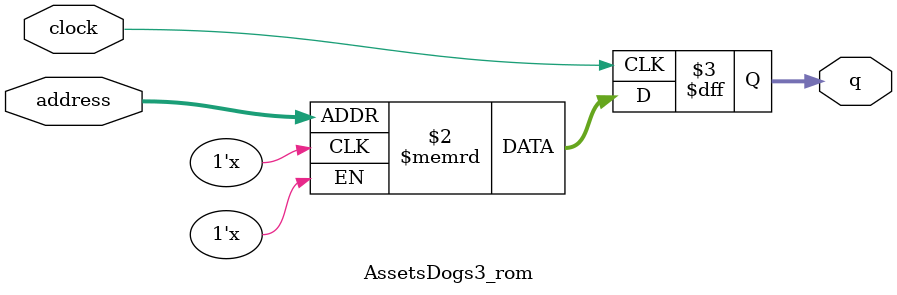
<source format=sv>
module AssetsDogs3_rom (
	input logic clock,
	input logic [13:0] address,
	output logic [3:0] q
);

logic [3:0] memory [0:9459] /* synthesis ram_init_file = "./AssetsDogs3/AssetsDogs3.mif" */;

always_ff @ (posedge clock) begin
	q <= memory[address];
end

endmodule

</source>
